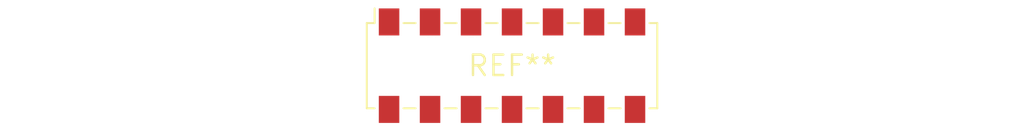
<source format=kicad_pcb>
(kicad_pcb (version 20240108) (generator pcbnew)
  (layers (0 "F.Cu" signal) (31 "B.Cu" signal) (34 "B.Paste" user) (35 "F.Paste" user) (36 "B.SilkS" user "B.Silkscreen") (37 "F.SilkS" user "F.Silkscreen") (38 "B.Mask" user) (39 "F.Mask" user) (44 "Edge.Cuts" user))
  (net 0 "")
  (footprint "Samtec_HLE-107-02-xxx-DV-BE-LC_2x07_P2.54mm_Horizontal" (layer "F.Cu") (at 0 0)
    (property "Reference" "REF**")
    (property "Value" "Samtec_HLE-107-02-xxx-DV-BE-LC_2x07_P2.54mm_Horizontal")
    (fp_line (start -9 -2.65) (end -9 2.65) (layer "F.SilkS") (stroke (width 0.12)))
    (fp_line (start -9 2.65) (end -8.515 2.65) (layer "F.SilkS") (stroke (width 0.12)))
    (fp_line (start -8.515 -3.56) (end -8.515 -2.65) (layer "F.SilkS") (stroke (width 0.12)))
    (fp_line (start -8.515 -2.65) (end -9 -2.65) (layer "F.SilkS") (stroke (width 0.12)))
    (fp_line (start -6.725 -2.65) (end -5.975 -2.65) (layer "F.SilkS") (stroke (width 0.12)))
    (fp_line (start -6.725 2.65) (end -5.975 2.65) (layer "F.SilkS") (stroke (width 0.12)))
    (fp_line (start -4.185 -2.65) (end -3.435 -2.65) (layer "F.SilkS") (stroke (width 0.12)))
    (fp_line (start -4.185 2.65) (end -3.435 2.65) (layer "F.SilkS") (stroke (width 0.12)))
    (fp_line (start -1.645 -2.65) (end -0.895 -2.65) (layer "F.SilkS") (stroke (width 0.12)))
    (fp_line (start -1.645 2.65) (end -0.895 2.65) (layer "F.SilkS") (stroke (width 0.12)))
    (fp_line (start 0.895 -2.65) (end 1.645 -2.65) (layer "F.SilkS") (stroke (width 0.12)))
    (fp_line (start 0.895 2.65) (end 1.645 2.65) (layer "F.SilkS") (stroke (width 0.12)))
    (fp_line (start 3.435 -2.65) (end 4.185 -2.65) (layer "F.SilkS") (stroke (width 0.12)))
    (fp_line (start 3.435 2.65) (end 4.185 2.65) (layer "F.SilkS") (stroke (width 0.12)))
    (fp_line (start 5.975 -2.65) (end 6.725 -2.65) (layer "F.SilkS") (stroke (width 0.12)))
    (fp_line (start 5.975 2.65) (end 6.725 2.65) (layer "F.SilkS") (stroke (width 0.12)))
    (fp_line (start 8.515 -2.65) (end 9 -2.65) (layer "F.SilkS") (stroke (width 0.12)))
    (fp_line (start 9 -2.65) (end 9 2.65) (layer "F.SilkS") (stroke (width 0.12)))
    (fp_line (start 9 2.65) (end 8.515 2.65) (layer "F.SilkS") (stroke (width 0.12)))
    (pad "" np_thru_hole circle (at -7.62 -1.27) (size 0.97 0.97) (drill 0.97) (layers *.Cu *.Mask))
    (pad "" np_thru_hole circle (at -7.62 1.27) (size 0.97 0.97) (drill 0.97) (layers *.Cu *.Mask))
    (pad "" np_thru_hole circle (at -6.35 0) (size 1.19 1.19) (drill 1.19) (layers *.Cu *.Mask))
    (pad "" np_thru_hole circle (at -5.08 -1.27) (size 0.97 0.97) (drill 0.97) (layers *.Cu *.Mask))
    (pad "" np_thru_hole circle (at -5.08 1.27) (size 0.97 0.97) (drill 0.97) (layers *.Cu *.Mask))
    (pad "" np_thru_hole circle (at -2.54 -1.27) (size 0.97 0.97) (drill 0.97) (layers *.Cu *.Mask))
    (pad "" np_thru_hole circle (at -2.54 1.27) (size 0.97 0.97) (drill 0.97) (layers *.Cu *.Mask))
    (pad "" np_thru_hole circle (at 0 -1.27) (size 0.97 0.97) (drill 0.97) (layers *.Cu *.Mask))
    (pad "" np_thru_hole circle (at 0 1.27) (size 0.97 0.97) (drill 0.97) (layers *.Cu *.Mask))
    (pad "" np_thru_hole circle (at 2.54 -1.27) (size 0.97 0.97) (drill 0.97) (layers *.Cu *.Mask))
    (pad "" np_thru_hole circle (at 2.54 1.27) (size 0.97 0.97) (drill 0.97) (layers *.Cu *.Mask))
    (pad "" np_thru_hole circle (at 5.08 -1.27) (size 0.97 0.97) (drill 0.97) (layers *.Cu *.Mask))
    (pad "" np_thru_hole circle (at 5.08 1.27) (size 0.97 0.97) (drill 0.97) (layers *.Cu *.Mask))
    (pad "" np_thru_hole circle (at 6.35 0) (size 1.19 1.19) (drill 1.19) (layers *.Cu *.Mask))
    (pad "" np_thru_hole circle (at 7.62 -1.27) (size 0.97 0.97) (drill 0.97) (layers *.Cu *.Mask))
    (pad "" np_thru_hole circle (at 7.62 1.27) (size 0.97 0.97) (drill 0.97) (layers *.Cu *.Mask))
    (pad "1" smd rect (at -7.62 -2.72) (size 1.27 1.68) (layers "F.Cu" "F.Paste" "F.Mask"))
    (pad "2" smd rect (at -7.62 2.72) (size 1.27 1.68) (layers "F.Cu" "F.Paste" "F.Mask"))
    (pad "3" smd rect (at -5.08 -2.72) (size 1.27 1.68) (layers "F.Cu" "F.Paste" "F.Mask"))
    (pad "4" smd rect (at -5.08 2.72) (size 1.27 1.68) (layers "F.Cu" "F.Paste" "F.Mask"))
    (pad "5" smd rect (at -2.54 -2.72) (size 1.27 1.68) (layers "F.Cu" "F.Paste" "F.Mask"))
    (pad "6" smd rect (at -2.54 2.72) (size 1.27 1.68) (layers "F.Cu" "F.Paste" "F.Mask"))
    (pad "7" smd rect (at 0 -2.72) (size 1.27 1.68) (layers "F.Cu" "F.Paste" "F.Mask"))
    (pad "8" smd rect (at 0 2.72) (size 1.27 1.68) (layers "F.Cu" "F.Paste" "F.Mask"))
    (pad "9" smd rect (at 2.54 -2.72) (size 1.27 1.68) (layers "F.Cu" "F.Paste" "F.Mask"))
    (pad "10" smd rect (at 2.54 2.72) (size 1.27 1.68) (layers "F.Cu" "F.Paste" "F.Mask"))
    (pad "11" smd rect (at 5.08 -2.72) (size 1.27 1.68) (layers "F.Cu" "F.Paste" "F.Mask"))
    (pad "12" smd rect (at 5.08 2.72) (size 1.27 1.68) (layers "F.Cu" "F.Paste" "F.Mask"))
    (pad "13" smd rect (at 7.62 -2.72) (size 1.27 1.68) (layers "F.Cu" "F.Paste" "F.Mask"))
    (pad "14" smd rect (at 7.62 2.72) (size 1.27 1.68) (layers "F.Cu" "F.Paste" "F.Mask"))
  )
)
</source>
